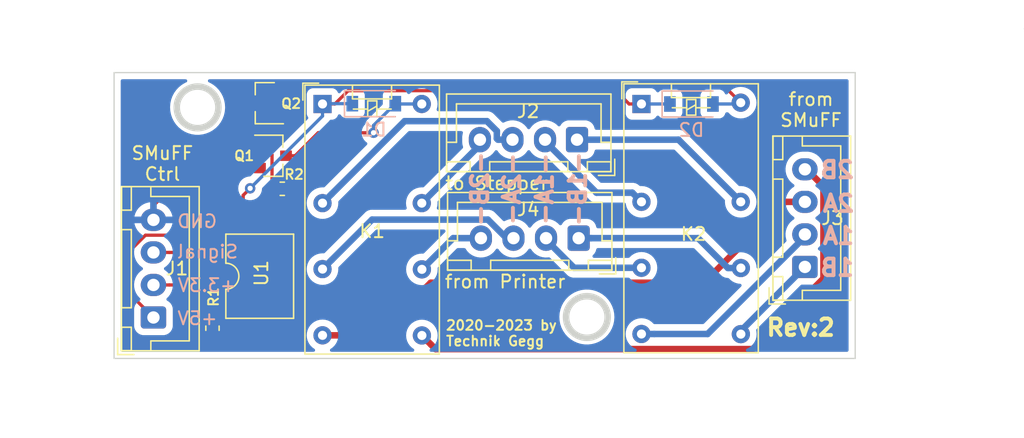
<source format=kicad_pcb>
(kicad_pcb (version 20240108) (generator "pcbnew") (generator_version "8.0")
  (title_block (comment 4 "AISLER Project ID: FMWPPUGV"))
  (layers (0 "F.Cu" signal) (31 "B.Cu" signal) (34 "B.Paste" user) (35 "F.Paste" user) (36 "B.SilkS" user "B.Silkscreen") (37 "F.SilkS" user "F.Silkscreen") (38 "B.Mask" user) (39 "F.Mask" user) (44 "Edge.Cuts" user))
  (net 0 "")
  (net 1 "Net-(D1-Pad2)")
  (net 2 "Net-(D2-Pad2)")
  (net 3 "Net-(J1-Pad3)")
  (net 4 "Net-(J1-Pad2)")
  (net 5 "Net-(J4-Pad4)")
  (net 6 "Net-(J4-Pad3)")
  (net 7 "Net-(J4-Pad2)")
  (net 8 "Net-(J4-Pad1)")
  (net 9 "Net-(J3-Pad4)")
  (net 10 "Net-(J3-Pad3)")
  (net 11 "Net-(J3-Pad2)")
  (net 12 "Net-(J3-Pad1)")
  (net 13 "Net-(R1-Pad2)")
  (net 14 "Net-(R2-Pad2)")
  (net 15 "Net-(D1-Pad1)")
  (net 16 "Net-(J1-Pad4)")
  (net 17 "Net-(Q1-Pad1)")
  (net 18 "Net-(J2-Pad4)")
  (net 19 "Net-(J2-Pad3)")
  (net 20 "Net-(J2-Pad2)")
  (net 21 "Net-(J2-Pad1)")
  (footprint "Connector_JST:JST_XH_B4B-XH-A_1x04_P2.50mm_Vertical" (layer "F.Cu") (at 91.9226 66.7004 90)
    (property "Reference" "J1" (at 3.7592 1.8034 0) (layer "F.SilkS"))
    (property "Value" "JST XH")
    (fp_line (start -1.6 -2.75) (end -2.85 -2.75) (stroke (width 0.12)) (layer "F.SilkS"))
    (fp_line (start -2.85 -2.75) (end -2.85 -1.5) (stroke (width 0.12)) (layer "F.SilkS"))
    (fp_line (start 10.06 -2.46) (end -2.56 -2.46) (stroke (width 0.12)) (layer "F.SilkS"))
    (fp_line (start -2.56 -2.46) (end -2.56 3.51) (stroke (width 0.12)) (layer "F.SilkS"))
    (fp_line (start 10.05 -2.45) (end 8.25 -2.45) (stroke (width 0.12)) (layer "F.SilkS"))
    (fp_line (start 8.25 -2.45) (end 8.25 -1.7) (stroke (width 0.12)) (layer "F.SilkS"))
    (fp_line (start 6.75 -2.45) (end 0.75 -2.45) (stroke (width 0.12)) (layer "F.SilkS"))
    (fp_line (start 0.75 -2.45) (end 0.75 -1.7) (stroke (width 0.12)) (layer "F.SilkS"))
    (fp_line (start -0.75 -2.45) (end -2.55 -2.45) (stroke (width 0.12)) (layer "F.SilkS"))
    (fp_line (start -2.55 -2.45) (end -2.55 -1.7) (stroke (width 0.12)) (layer "F.SilkS"))
    (fp_line (start 10.05 -1.7) (end 10.05 -2.45) (stroke (width 0.12)) (layer "F.SilkS"))
    (fp_line (start 8.25 -1.7) (end 10.05 -1.7) (stroke (width 0.12)) (layer "F.SilkS"))
    (fp_line (start 6.75 -1.7) (end 6.75 -2.45) (stroke (width 0.12)) (layer "F.SilkS"))
    (fp_line (start 0.75 -1.7) (end 6.75 -1.7) (stroke (width 0.12)) (layer "F.SilkS"))
    (fp_line (start -0.75 -1.7) (end -0.75 -2.45) (stroke (width 0.12)) (layer "F.SilkS"))
    (fp_line (start -2.55 -1.7) (end -0.75 -1.7) (stroke (width 0.12)) (layer "F.SilkS"))
    (fp_line (start 10.05 -0.2) (end 9.3 -0.2) (stroke (width 0.12)) (layer "F.SilkS"))
    (fp_line (start 9.3 -0.2) (end 9.3 2.75) (stroke (width 0.12)) (layer "F.SilkS"))
    (fp_line (start -1.8 -0.2) (end -1.8 2.75) (stroke (width 0.12)) (layer "F.SilkS"))
    (fp_line (start -2.55 -0.2) (end -1.8 -0.2) (stroke (width 0.12)) (layer "F.SilkS"))
    (fp_line (start 9.3 2.75) (end 3.75 2.75) (stroke (width 0.12)) (layer "F.SilkS"))
    (fp_line (start -1.8 2.75) (end 3.75 2.75) (stroke (width 0.12)) (layer "F.SilkS"))
    (fp_line (start 10.06 3.51) (end 10.06 -2.46) (stroke (width 0.12)) (layer "F.SilkS"))
    (fp_line (start -2.56 3.51) (end 10.06 3.51) (stroke (width 0.12)) (layer "F.SilkS"))
    (pad "1" thru_hole roundrect (at 0 0 90) (size 1.7 1.95) (drill 0.95) (layers "*.Cu" "*.Mask") (roundrect_rratio 0.1470588235) (net 15 "Net-(D1-Pad1)"))
    (pad "2" thru_hole oval (at 2.5 0 90) (size 1.7 1.95) (drill 0.95) (layers "*.Cu" "*.Mask") (net 4 "Net-(J1-Pad2)"))
    (pad "3" thru_hole oval (at 5 0 90) (size 1.7 1.95) (drill 0.95) (layers "*.Cu" "*.Mask") (net 3 "Net-(J1-Pad3)"))
    (pad "4" thru_hole oval (at 7.5 0 90) (size 1.7 1.95) (drill 0.95) (layers "*.Cu" "*.Mask") (net 16 "Net-(J1-Pad4)"))
  )
  (footprint "Package_TO_SOT_SMD:SOT-23" (layer "F.Cu") (at 101.1014 54.2696)
    (property "Reference" "Q1" (at -2.21412 0.00512 180) (layer "F.SilkS") (effects (font (size 0.75 0.75))))
    (property "Value" "BC847/547")
    (fp_line (start 0.76 -1.58) (end -1.4 -1.58) (stroke (width 0.12)) (layer "F.SilkS"))
    (fp_line (start 0.76 -1.58) (end 0.76 -0.65) (stroke (width 0.12)) (layer "F.SilkS"))
    (fp_line (start 0.76 1.58) (end -0.7 1.58) (stroke (width 0.12)) (layer "F.SilkS"))
    (fp_line (start 0.76 1.58) (end 0.76 0.65) (stroke (width 0.12)) (layer "F.SilkS"))
    (pad "1" smd rect (at -1 -0.95) (size 0.9 0.8) (layers "F.Cu" "F.Paste" "F.Mask") (net 17 "Net-(Q1-Pad1)"))
    (pad "2" smd rect (at -1 0.95) (size 0.9 0.8) (layers "F.Cu" "F.Paste" "F.Mask") (net 16 "Net-(J1-Pad4)"))
    (pad "3" smd rect (at 1 0) (size 0.9 0.8) (layers "F.Cu" "F.Paste" "F.Mask") (net 1 "Net-(D1-Pad2)"))
  )
  (footprint "Package_TO_SOT_SMD:SOT-23" (layer "F.Cu") (at 100.4984 50.231 180)
    (property "Reference" "Q2" (at -1.99568 -0.03052 180) (layer "F.SilkS") (effects (font (size 0.75 0.75))))
    (property "Value" "BC847/547")
    (fp_line (start 0.76 1.58) (end 0.76 0.65) (stroke (width 0.12)) (layer "F.SilkS"))
    (fp_line (start 0.76 1.58) (end -0.7 1.58) (stroke (width 0.12)) (layer "F.SilkS"))
    (fp_line (start 0.76 -1.58) (end 0.76 -0.65) (stroke (width 0.12)) (layer "F.SilkS"))
    (fp_line (start 0.76 -1.58) (end -1.4 -1.58) (stroke (width 0.12)) (layer "F.SilkS"))
    (pad "1" smd rect (at -1 -0.95 180) (size 0.9 0.8) (layers "F.Cu" "F.Paste" "F.Mask") (net 17 "Net-(Q1-Pad1)"))
    (pad "2" smd rect (at -1 0.95 180) (size 0.9 0.8) (layers "F.Cu" "F.Paste" "F.Mask") (net 16 "Net-(J1-Pad4)"))
    (pad "3" smd rect (at 1 0 180) (size 0.9 0.8) (layers "F.Cu" "F.Paste" "F.Mask") (net 2 "Net-(D2-Pad2)"))
  )
  (footprint "Resistor_SMD:R_0603_1608Metric" (layer "F.Cu") (at 96.45396 67.52326 -90)
    (property "Reference" "R1" (at -2.39268 -0.08128 90) (layer "F.SilkS") (effects (font (size 0.75 0.75))))
    (property "Value" "390R")
    (fp_line (start -0.162779 0.51) (end 0.162779 0.51) (stroke (width 0.12)) (layer "F.SilkS"))
    (fp_line (start -0.162779 -0.51) (end 0.162779 -0.51) (stroke (width 0.12)) (layer "F.SilkS"))
    (pad "1" smd roundrect (at -0.7875 0 270) (size 0.875 0.95) (layers "F.Cu" "F.Paste" "F.Mask") (net 4 "Net-(J1-Pad2)"))
    (pad "2" smd roundrect (at 0.7875 0 270) (size 0.875 0.95) (layers "F.Cu" "F.Paste" "F.Mask") (net 13 "Net-(R1-Pad2)"))
  )
  (footprint "Resistor_SMD:R_0603_1608Metric" (layer "F.Cu") (at 101.81346 56.80964)
    (property "Reference" "R2" (at 0.90414 -1.10236 0) (layer "F.SilkS") (effects (font (size 0.75 0.75))))
    (property "Value" "1K")
    (fp_line (start -0.162779 -0.51) (end 0.162779 -0.51) (stroke (width 0.12)) (layer "F.SilkS"))
    (fp_line (start -0.162779 0.51) (end 0.162779 0.51) (stroke (width 0.12)) (layer "F.SilkS"))
    (pad "1" smd roundrect (at -0.7875 0) (size 0.875 0.95) (layers "F.Cu" "F.Paste" "F.Mask") (net 17 "Net-(Q1-Pad1)"))
    (pad "2" smd roundrect (at 0.7875 0) (size 0.875 0.95) (layers "F.Cu" "F.Paste" "F.Mask") (net 14 "Net-(R2-Pad2)"))
  )
  (footprint "Package_DIP:SMDIP-4_W9.53mm_Clearance8mm" (layer "F.Cu") (at 100.08108 63.53048 90)
    (property "Reference" "U1" (at 0.23368 0.127 90) (layer "F.SilkS"))
    (property "Value" "TLP521")
    (fp_line (start 3.235 -2.6) (end 1 -2.6) (stroke (width 0.12)) (layer "F.SilkS"))
    (fp_line (start -1 -2.6) (end -3.235 -2.6) (stroke (width 0.12)) (layer "F.SilkS"))
    (fp_line (start -3.235 -2.6) (end -3.235 2.6) (stroke (width 0.12)) (layer "F.SilkS"))
    (fp_line (start 3.235 2.6) (end 3.235 -2.6) (stroke (width 0.12)) (layer "F.SilkS"))
    (fp_line (start -3.235 2.6) (end 3.235 2.6) (stroke (width 0.12)) (layer "F.SilkS"))
    (fp_arc (start 1 -2.6) (mid 0 -1.6) (end -1 -2.6) (stroke (width 0.12)) (layer "F.SilkS"))
    (pad "1" smd rect (at -4.765 -1.27 90) (size 1.5 1.78) (layers "F.Cu" "F.Paste" "F.Mask") (net 13 "Net-(R1-Pad2)"))
    (pad "2" smd rect (at -4.765 1.27 90) (size 1.5 1.78) (layers "F.Cu" "F.Paste" "F.Mask") (net 3 "Net-(J1-Pad3)"))
    (pad "3" smd rect (at 4.765 1.27 90) (size 1.5 1.78) (layers "F.Cu" "F.Paste" "F.Mask") (net 14 "Net-(R2-Pad2)"))
    (pad "4" smd rect (at 4.765 -1.27 90) (size 1.5 1.78) (layers "F.Cu" "F.Paste" "F.Mask") (net 15 "Net-(D1-Pad1)"))
  )
  (footprint "Relay_THT:Relay_DPDT_Omron_G5V-2" (layer "F.Cu") (at 104.902 50.292)
    (property "Reference" "K1" (at 3.81 9.779 0) (layer "F.SilkS"))
    (property "Value" "G6A-274P")
    (fp_line (start -1.51 -1.6) (end -0.3 -1.6) (stroke (width 0.12)) (layer "F.SilkS"))
    (fp_line (start -1.51 -0.3) (end -1.51 -1.6) (stroke (width 0.12)) (layer "F.SilkS"))
    (fp_line (start -1.35 -1.45) (end -1.35 19.22) (stroke (width 0.12)) (layer "F.SilkS"))
    (fp_line (start -1.35 19.22) (end 8.97 19.22) (stroke (width 0.12)) (layer "F.SilkS"))
    (fp_line (start 2.3 -1.45) (end 2.3 -0.41) (stroke (width 0.12)) (layer "F.SilkS"))
    (fp_line (start 2.3 -0.39) (end 5.3 -0.39) (stroke (width 0.12)) (layer "F.SilkS"))
    (fp_line (start 3.47 -0.24) (end 3.47 0.96) (stroke (width 0.12)) (layer "F.SilkS"))
    (fp_line (start 3.47 0.39) (end 2.37 0.39) (stroke (width 0.12)) (layer "F.SilkS"))
    (fp_line (start 3.47 0.56) (end 4.17 0.16) (stroke (width 0.12)) (layer "F.SilkS"))
    (fp_line (start 3.47 0.96) (end 4.17 0.96) (stroke (width 0.12)) (layer "F.SilkS"))
    (fp_line (start 4.17 -0.24) (end 3.47 -0.24) (stroke (width 0.12)) (layer "F.SilkS"))
    (fp_line (start 4.17 0.39) (end 5.27 0.39) (stroke (width 0.12)) (layer "F.SilkS"))
    (fp_line (start 4.17 0.96) (end 4.17 -0.24) (stroke (width 0.12)) (layer "F.SilkS"))
    (fp_line (start 5.3 -0.39) (end 5.3 -1.45) (stroke (width 0.12)) (layer "F.SilkS"))
    (fp_line (start 8.97 -1.45) (end -1.35 -1.45) (stroke (width 0.12)) (layer "F.SilkS"))
    (fp_line (start 8.97 19.22) (end 8.97 -1.45) (stroke (width 0.12)) (layer "F.SilkS"))
    (pad "1" thru_hole rect (at 0 -0.002) (size 1.4 1.4) (drill 0.7) (layers "*.Cu" "*.Mask") (net 15 "Net-(D1-Pad1)"))
    (pad "4" thru_hole circle (at 0 7.62) (size 1.4 1.4) (drill 0.7) (layers "*.Cu" "*.Mask") (net 19 "Net-(J2-Pad3)"))
    (pad "6" thru_hole circle (at 0 12.69) (size 1.4 1.4) (drill 0.7) (layers "*.Cu" "*.Mask") (net 6 "Net-(J4-Pad3)"))
    (pad "8" thru_hole circle (at 0 17.78) (size 1.4 1.4) (drill 0.7) (layers "*.Cu" "*.Mask") (net 10 "Net-(J3-Pad3)"))
    (pad "9" thru_hole circle (at 7.63 17.79) (size 1.4 1.4) (drill 0.7) (layers "*.Cu" "*.Mask") (net 9 "Net-(J3-Pad4)"))
    (pad "11" thru_hole circle (at 7.63 12.71) (size 1.4 1.4) (drill 0.7) (layers "*.Cu" "*.Mask") (net 5 "Net-(J4-Pad4)"))
    (pad "13" thru_hole circle (at 7.62 7.62) (size 1.4 1.4) (drill 0.7) (layers "*.Cu" "*.Mask") (net 18 "Net-(J2-Pad4)"))
    (pad "16" thru_hole circle (at 7.62 0) (size 1.4 1.4) (drill 0.7) (layers "*.Cu" "*.Mask") (net 1 "Net-(D1-Pad2)"))
  )
  (footprint "Connector_JST:JST_XH_B4B-XH-A_1x04_P2.50mm_Vertical" (layer "F.Cu") (at 141.9352 62.8142 90)
    (property "Reference" "J3" (at 3.7465 2.1209 180) (layer "F.SilkS"))
    (property "Value" "JST XH")
    (fp_line (start -1.6 -2.75) (end -2.85 -2.75) (stroke (width 0.12)) (layer "F.SilkS"))
    (fp_line (start -2.85 -2.75) (end -2.85 -1.5) (stroke (width 0.12)) (layer "F.SilkS"))
    (fp_line (start 10.06 -2.46) (end -2.56 -2.46) (stroke (width 0.12)) (layer "F.SilkS"))
    (fp_line (start -2.56 -2.46) (end -2.56 3.51) (stroke (width 0.12)) (layer "F.SilkS"))
    (fp_line (start 10.05 -2.45) (end 8.25 -2.45) (stroke (width 0.12)) (layer "F.SilkS"))
    (fp_line (start 8.25 -2.45) (end 8.25 -1.7) (stroke (width 0.12)) (layer "F.SilkS"))
    (fp_line (start 6.75 -2.45) (end 0.75 -2.45) (stroke (width 0.12)) (layer "F.SilkS"))
    (fp_line (start 0.75 -2.45) (end 0.75 -1.7) (stroke (width 0.12)) (layer "F.SilkS"))
    (fp_line (start -0.75 -2.45) (end -2.55 -2.45) (stroke (width 0.12)) (layer "F.SilkS"))
    (fp_line (start -2.55 -2.45) (end -2.55 -1.7) (stroke (width 0.12)) (layer "F.SilkS"))
    (fp_line (start 10.05 -1.7) (end 10.05 -2.45) (stroke (width 0.12)) (layer "F.SilkS"))
    (fp_line (start 8.25 -1.7) (end 10.05 -1.7) (stroke (width 0.12)) (layer "F.SilkS"))
    (fp_line (start 6.75 -1.7) (end 6.75 -2.45) (stroke (width 0.12)) (layer "F.SilkS"))
    (fp_line (start 0.75 -1.7) (end 6.75 -1.7) (stroke (width 0.12)) (layer "F.SilkS"))
    (fp_line (start -0.75 -1.7) (end -0.75 -2.45) (stroke (width 0.12)) (layer "F.SilkS"))
    (fp_line (start -2.55 -1.7) (end -0.75 -1.7) (stroke (width 0.12)) (layer "F.SilkS"))
    (fp_line (start 10.05 -0.2) (end 9.3 -0.2) (stroke (width 0.12)) (layer "F.SilkS"))
    (fp_line (start 9.3 -0.2) (end 9.3 2.75) (stroke (width 0.12)) (layer "F.SilkS"))
    (fp_line (start -1.8 -0.2) (end -1.8 2.75) (stroke (width 0.12)) (layer "F.SilkS"))
    (fp_line (start -2.55 -0.2) (end -1.8 -0.2) (stroke (width 0.12)) (layer "F.SilkS"))
    (fp_line (start 9.3 2.75) (end 3.75 2.75) (stroke (width 0.12)) (layer "F.SilkS"))
    (fp_line (start -1.8 2.75) (end 3.75 2.75) (stroke (width 0.12)) (layer "F.SilkS"))
    (fp_line (start 10.06 3.51) (end 10.06 -2.46) (stroke (width 0.12)) (layer "F.SilkS"))
    (fp_line (start -2.56 3.51) (end 10.06 3.51) (stroke (width 0.12)) (layer "F.SilkS"))
    (pad "1" thru_hole roundrect (at 0 0 90) (size 1.7 1.95) (drill 0.95) (layers "*.Cu" "*.Mask") (roundrect_rratio 0.1470588235) (net 12 "Net-(J3-Pad1)"))
    (pad "2" thru_hole oval (at 2.5 0 90) (size 1.7 1.95) (drill 0.95) (layers "*.Cu" "*.Mask") (net 11 "Net-(J3-Pad2)"))
    (pad "3" thru_hole oval (at 5 0 90) (size 1.7 1.95) (drill 0.95) (layers "*.Cu" "*.Mask") (net 10 "Net-(J3-Pad3)"))
    (pad "4" thru_hole oval (at 7.5 0 90) (size 1.7 1.95) (drill 0.95) (layers "*.Cu" "*.Mask") (net 9 "Net-(J3-Pad4)"))
  )
  (footprint "Relay_THT:Relay_DPDT_Omron_G5V-2" (layer "F.Cu") (at 129.3876 50.1904)
    (property "Reference" "K2" (at 4.0005 10.0965 0) (layer "F.SilkS"))
    (property "Value" "G6A-274P")
    (fp_line (start -1.51 -1.6) (end -0.3 -1.6) (stroke (width 0.12)) (layer "F.SilkS"))
    (fp_line (start -1.51 -0.3) (end -1.51 -1.6) (stroke (width 0.12)) (layer "F.SilkS"))
    (fp_line (start -1.35 -1.45) (end -1.35 19.22) (stroke (width 0.12)) (layer "F.SilkS"))
    (fp_line (start -1.35 19.22) (end 8.97 19.22) (stroke (width 0.12)) (layer "F.SilkS"))
    (fp_line (start 2.3 -1.45) (end 2.3 -0.41) (stroke (width 0.12)) (layer "F.SilkS"))
    (fp_line (start 2.3 -0.39) (end 5.3 -0.39) (stroke (width 0.12)) (layer "F.SilkS"))
    (fp_line (start 3.47 -0.24) (end 3.47 0.96) (stroke (width 0.12)) (layer "F.SilkS"))
    (fp_line (start 3.47 0.39) (end 2.37 0.39) (stroke (width 0.12)) (layer "F.SilkS"))
    (fp_line (start 3.47 0.56) (end 4.17 0.16) (stroke (width 0.12)) (layer "F.SilkS"))
    (fp_line (start 3.47 0.96) (end 4.17 0.96) (stroke (width 0.12)) (layer "F.SilkS"))
    (fp_line (start 4.17 -0.24) (end 3.47 -0.24) (stroke (width 0.12)) (layer "F.SilkS"))
    (fp_line (start 4.17 0.39) (end 5.27 0.39) (stroke (width 0.12)) (layer "F.SilkS"))
    (fp_line (start 4.17 0.96) (end 4.17 -0.24) (stroke (width 0.12)) (layer "F.SilkS"))
    (fp_line (start 5.3 -0.39) (end 5.3 -1.45) (stroke (width 0.12)) (layer "F.SilkS"))
    (fp_line (start 8.97 -1.45) (end -1.35 -1.45) (stroke (width 0.12)) (layer "F.SilkS"))
    (fp_line (start 8.97 19.22) (end 8.97 -1.45) (stroke (width 0.12)) (layer "F.SilkS"))
    (pad "1" thru_hole rect (at 0 0.0996) (size 1.4 1.4) (drill 0.7) (layers "*.Cu" "*.Mask") (net 15 "Net-(D1-Pad1)"))
    (pad "4" thru_hole circle (at 0 7.62) (size 1.4 1.4) (drill 0.7) (layers "*.Cu" "*.Mask") (net 20 "Net-(J2-Pad2)"))
    (pad "6" thru_hole circle (at 0 12.69) (size 1.4 1.4) (drill 0.7) (layers "*.Cu" "*.Mask") (net 7 "Net-(J4-Pad2)"))
    (pad "8" thru_hole circle (at 0 17.78) (size 1.4 1.4) (drill 0.7) (layers "*.Cu" "*.Mask") (net 11 "Net-(J3-Pad2)"))
    (pad "9" thru_hole circle (at 7.63 17.79) (size 1.4 1.4) (drill 0.7) (layers "*.Cu" "*.Mask") (net 12 "Net-(J3-Pad1)"))
    (pad "11" thru_hole circle (at 7.63 12.71) (size 1.4 1.4) (drill 0.7) (layers "*.Cu" "*.Mask") (net 8 "Net-(J4-Pad1)"))
    (pad "13" thru_hole circle (at 7.62 7.62) (size 1.4 1.4) (drill 0.7) (layers "*.Cu" "*.Mask") (net 21 "Net-(J2-Pad1)"))
    (pad "16" thru_hole circle (at 7.62 0) (size 1.4 1.4) (drill 0.7) (layers "*.Cu" "*.Mask") (net 2 "Net-(D2-Pad2)"))
  )
  (footprint "Connector_JST:JST_XH_B4B-XH-A_1x04_P2.50mm_Vertical" (layer "F.Cu") (at 124.4854 53.0352 180)
    (property "Reference" "J2" (at 3.7973 2.1844 0) (layer "F.SilkS"))
    (property "Value" "JST XH")
    (fp_line (start 10.06 3.51) (end 10.06 -2.46) (stroke (width 0.12)) (layer "F.SilkS"))
    (fp_line (start 10.06 -2.46) (end -2.56 -2.46) (stroke (width 0.12)) (layer "F.SilkS"))
    (fp_line (start 10.05 -0.2) (end 9.3 -0.2) (stroke (width 0.12)) (layer "F.SilkS"))
    (fp_line (start 10.05 -1.7) (end 10.05 -2.45) (stroke (width 0.12)) (layer "F.SilkS"))
    (fp_line (start 10.05 -2.45) (end 8.25 -2.45) (stroke (width 0.12)) (layer "F.SilkS"))
    (fp_line (start 9.3 2.75) (end 3.75 2.75) (stroke (width 0.12)) (layer "F.SilkS"))
    (fp_line (start 9.3 -0.2) (end 9.3 2.75) (stroke (width 0.12)) (layer "F.SilkS"))
    (fp_line (start 8.25 -1.7) (end 10.05 -1.7) (stroke (width 0.12)) (layer "F.SilkS"))
    (fp_line (start 8.25 -2.45) (end 8.25 -1.7) (stroke (width 0.12)) (layer "F.SilkS"))
    (fp_line (start 6.75 -1.7) (end 6.75 -2.45) (stroke (width 0.12)) (layer "F.SilkS"))
    (fp_line (start 6.75 -2.45) (end 0.75 -2.45) (stroke (width 0.12)) (layer "F.SilkS"))
    (fp_line (start 0.75 -1.7) (end 6.75 -1.7) (stroke (width 0.12)) (layer "F.SilkS"))
    (fp_line (start 0.75 -2.45) (end 0.75 -1.7) (stroke (width 0.12)) (layer "F.SilkS"))
    (fp_line (start -0.75 -1.7) (end -0.75 -2.45) (stroke (width 0.12)) (layer "F.SilkS"))
    (fp_line (start -0.75 -2.45) (end -2.55 -2.45) (stroke (width 0.12)) (layer "F.SilkS"))
    (fp_line (start -1.6 -2.75) (end -2.85 -2.75) (stroke (width 0.12)) (layer "F.SilkS"))
    (fp_line (start -1.8 2.75) (end 3.75 2.75) (stroke (width 0.12)) (layer "F.SilkS"))
    (fp_line (start -1.8 -0.2) (end -1.8 2.75) (stroke (width 0.12)) (layer "F.SilkS"))
    (fp_line (start -2.55 -0.2) (end -1.8 -0.2) (stroke (width 0.12)) (layer "F.SilkS"))
    (fp_line (start -2.55 -1.7) (end -0.75 -1.7) (stroke (width 0.12)) (layer "F.SilkS"))
    (fp_line (start -2.55 -2.45) (end -2.55 -1.7) (stroke (width 0.12)) (layer "F.SilkS"))
    (fp_line (start -2.56 3.51) (end 10.06 3.51) (stroke (width 0.12)) (layer "F.SilkS"))
    (fp_line (start -2.56 -2.46) (end -2.56 3.51) (stroke (width 0.12)) (layer "F.SilkS"))
    (fp_line (start -2.85 -2.75) (end -2.85 -1.5) (stroke (width 0.12)) (layer "F.SilkS"))
    (pad "1" thru_hole roundrect (at 0.046 0 180) (size 1.7 1.95) (drill 0.95) (layers "*.Cu" "*.Mask") (roundrect_rratio 0.147) (net 21 "Net-(J2-Pad1)"))
    (pad "2" thru_hole oval (at 2.5 0 180) (size 1.7 1.95) (drill 0.95) (layers "*.Cu" "*.Mask") (net 20 "Net-(J2-Pad2)"))
    (pad "3" thru_hole oval (at 5 0 180) (size 1.7 1.95) (drill 0.95) (layers "*.Cu" "*.Mask") (net 19 "Net-(J2-Pad3)"))
    (pad "4" thru_hole oval (at 7.5 0 180) (size 1.7 1.95) (drill 0.95) (layers "*.Cu" "*.Mask") (net 18 "Net-(J2-Pad4)"))
  )
  (footprint "Connector_JST:JST_XH_B4B-XH-A_1x04_P2.50mm_Vertical" (layer "F.Cu") (at 124.5616 60.6044 180)
    (property "Reference" "J4" (at 3.8735 2.2098 0) (layer "F.SilkS"))
    (property "Value" "JST XH")
    (fp_line (start 10.06 3.51) (end 10.06 -2.46) (stroke (width 0.12)) (layer "F.SilkS"))
    (fp_line (start 10.06 -2.46) (end -2.56 -2.46) (stroke (width 0.12)) (layer "F.SilkS"))
    (fp_line (start 10.05 -0.2) (end 9.3 -0.2) (stroke (width 0.12)) (layer "F.SilkS"))
    (fp_line (start 10.05 -1.7) (end 10.05 -2.45) (stroke (width 0.12)) (layer "F.SilkS"))
    (fp_line (start 10.05 -2.45) (end 8.25 -2.45) (stroke (width 0.12)) (layer "F.SilkS"))
    (fp_line (start 9.3 2.75) (end 3.75 2.75) (stroke (width 0.12)) (layer "F.SilkS"))
    (fp_line (start 9.3 -0.2) (end 9.3 2.75) (stroke (width 0.12)) (layer "F.SilkS"))
    (fp_line (start 8.25 -1.7) (end 10.05 -1.7) (stroke (width 0.12)) (layer "F.SilkS"))
    (fp_line (start 8.25 -2.45) (end 8.25 -1.7) (stroke (width 0.12)) (layer "F.SilkS"))
    (fp_line (start 6.75 -1.7) (end 6.75 -2.45) (stroke (width 0.12)) (layer "F.SilkS"))
    (fp_line (start 6.75 -2.45) (end 0.75 -2.45) (stroke (width 0.12)) (layer "F.SilkS"))
    (fp_line (start 0.75 -1.7) (end 6.75 -1.7) (stroke (width 0.12)) (layer "F.SilkS"))
    (fp_line (start 0.75 -2.45) (end 0.75 -1.7) (stroke (width 0.12)) (layer "F.SilkS"))
    (fp_line (start -0.75 -1.7) (end -0.75 -2.45) (stroke (width 0.12)) (layer "F.SilkS"))
    (fp_line (start -0.75 -2.45) (end -2.55 -2.45) (stroke (width 0.12)) (layer "F.SilkS"))
    (fp_line (start -1.6 -2.75) (end -2.85 -2.75) (stroke (width 0.12)) (layer "F.SilkS"))
    (fp_line (start -1.8 2.75) (end 3.75 2.75) (stroke (width 0.12)) (layer "F.SilkS"))
    (fp_line (start -1.8 -0.2) (end -1.8 2.75) (stroke (width 0.12)) (layer "F.SilkS"))
    (fp_line (start -2.55 -0.2) (end -1.8 -0.2) (stroke (width 0.12)) (layer "F.SilkS"))
    (fp_line (start -2.55 -1.7) (end -0.75 -1.7) (stroke (width 0.12)) (layer "F.SilkS"))
    (fp_line (start -2.55 -2.45) (end -2.55 -1.7) (stroke (width 0.12)) (layer "F.SilkS"))
    (fp_line (start -2.56 3.51) (end 10.06 3.51) (stroke (width 0.12)) (layer "F.SilkS"))
    (fp_line (start -2.56 -2.46) (end -2.56 3.51) (stroke (width 0.12)) (layer "F.SilkS"))
    (fp_line (start -2.85 -2.75) (end -2.85 -1.5) (stroke (width 0.12)) (layer "F.SilkS"))
    (pad "1" thru_hole roundrect (at -0.0048 0 180) (size 1.7 1.95) (drill 0.95) (layers "*.Cu" "*.Mask") (roundrect_rratio 0.147) (net 8 "Net-(J4-Pad1)"))
    (pad "2" thru_hole oval (at 2.5 0 180) (size 1.7 1.95) (drill 0.95) (layers "*.Cu" "*.Mask") (net 7 "Net-(J4-Pad2)"))
    (pad "3" thru_hole oval (at 5 0 180) (size 1.7 1.95) (drill 0.95) (layers "*.Cu" "*.Mask") (net 6 "Net-(J4-Pad3)"))
    (pad "4" thru_hole oval (at 7.5 0 180) (size 1.7 1.95) (drill 0.95) (layers "*.Cu" "*.Mask") (net 5 "Net-(J4-Pad4)"))
  )
  (footprint "Diode_SMD:D_SOD-123" (layer "B.Cu") (at 133.2229 50.292)
    (property "Reference" "D2" (at 0 2 180) (layer "B.SilkS") (effects (justify mirror)))
    (property "Value" "1N4148")
    (fp_line (start -2.25 -1) (end 1.65 -1) (stroke (width 0.12)) (layer "B.SilkS"))
    (fp_line (start -2.25 1) (end -2.25 -1) (stroke (width 0.12)) (layer "B.SilkS"))
    (fp_line (start -2.25 1) (end 1.65 1) (stroke (width 0.12)) (layer "B.SilkS"))
    (pad "1" smd rect (at -1.65 0) (size 0.9 1.2) (layers "B.Cu" "B.Paste" "B.Mask") (net 15 "Net-(D1-Pad1)"))
    (pad "2" smd rect (at 1.65 0) (size 0.9 1.2) (layers "B.Cu" "B.Paste" "B.Mask") (net 2 "Net-(D2-Pad2)"))
  )
  (footprint "Diode_SMD:D_SOD-123" (layer "B.Cu") (at 108.8389 50.2666)
    (property "Reference" "D1" (at 0 2 180) (layer "B.SilkS") (effects (justify mirror)))
    (property "Value" "1N4148")
    (fp_line (start -2.25 -1) (end 1.65 -1) (stroke (width 0.12)) (layer "B.SilkS"))
    (fp_line (start -2.25 1) (end -2.25 -1) (stroke (width 0.12)) (layer "B.SilkS"))
    (fp_line (start -2.25 1) (end 1.65 1) (stroke (width 0.12)) (layer "B.SilkS"))
    (pad "1" smd rect (at -1.65 0) (size 0.9 1.2) (layers "B.Cu" "B.Paste" "B.Mask") (net 15 "Net-(D1-Pad1)"))
    (pad "2" smd rect (at 1.65 0) (size 0.9 1.2) (layers "B.Cu" "B.Paste" "B.Mask") (net 1 "Net-(D1-Pad2)"))
  )
  (gr_line (start 158.75 44.5135) (end 158.75 44.5135) (stroke (width 0.05)) (layer "Edge.Cuts"))
  (gr_circle (center 95.31096 50.55128) (end 96.91096 50.55128) (stroke (width 0.5)) (fill none) (layer "Edge.Cuts"))
  (gr_line (start 145.796 47.879) (end 88.9 47.879) (stroke (width 0.1)) (layer "Edge.Cuts"))
  (gr_line (start 88.9 69.85) (end 145.796 69.85) (stroke (width 0.1)) (layer "Edge.Cuts"))
  (gr_line (start 145.796 69.85) (end 145.796 47.879) (stroke (width 0.1)) (layer "Edge.Cuts"))
  (gr_circle (center 125.1966 66.66484) (end 126.7966 66.66484) (stroke (width 0.5)) (fill none) (layer "Edge.Cuts"))
  (gr_line (start 88.9 47.879) (end 88.9 69.85) (stroke (width 0.1)) (layer "Edge.Cuts"))
  (gr_text "1A" (at 144.511223 60.4266 0) (layer "B.SilkS") (effects (font (size 1.27 1.27) (thickness 0.3)) (justify mirror)))
  (gr_text "1B" (at 144.40408 62.87008 0) (layer "B.SilkS") (effects (font (size 1.27 1.27) (thickness 0.3)) (justify mirror)))
  (gr_text "2B" (at 144.40408 55.35676 0) (layer "B.SilkS") (effects (font (size 1.27 1.27) (thickness 0.3)) (justify mirror)))
  (gr_text "2A" (at 144.511223 57.94248 0) (layer "B.SilkS") (effects (font (size 1.27 1.27) (thickness 0.3)) (justify mirror)))
  (gr_text "GND" (at 95.2754 59.309 0) (layer "B.SilkS") (effects (font (size 1 1)) (justify mirror)))
  (gr_text "-2B-" (at 116.98224 56.8198 90) (layer "B.SilkS") (effects (font (size 1.27 1.27) (thickness 0.3)) (justify mirror)))
  (gr_text "-2A-" (at 119.4308 56.819801 90) (layer "B.SilkS") (effects (font (size 1.27 1.27) (thickness 0.3)) (justify mirror)))
  (gr_text "+3.3V" (at 96.0374 64.2239 0) (layer "B.SilkS") (effects (font (size 1 1)) (justify mirror)))
  (gr_text "Signal" (at 96.0755 61.6458 0) (layer "B.SilkS") (effects (font (size 1 1)) (justify mirror)))
  (gr_text "+5V" (at 95.3008 66.7639 0) (layer "B.SilkS") (effects (font (size 1 1)) (justify mirror)))
  (gr_text "-1B-" (at 124.49556 56.8198 90) (layer "B.SilkS") (effects (font (size 1.27 1.27) (thickness 0.3)) (justify mirror)))
  (gr_text "-1A-" (at 121.95048 56.819801 90) (layer "B.SilkS") (effects (font (size 1.27 1.27) (thickness 0.3)) (justify mirror)))
  (gr_text "to Stepper" (at 118.2878 56.388 0) (layer "F.SilkS") (effects (font (size 1 1))))
  (gr_text "SMuFF\nCtrl" (at 92.6084 54.8767 0) (layer "F.SilkS") (effects (font (size 1 1))))
  (gr_text "from\nSMuFF" (at 142.40256 50.72888 0) (layer "F.SilkS") (effects (font (size 1 1))))
  (gr_text "2020-2023 by\nTechnik Gegg" (at 114.30508 67.90944 0) (layer "F.SilkS") (effects (font (size 0.75 0.75)) (justify left)))
  (gr_text "from Printer" (at 118.9228 63.9445 0) (layer "F.SilkS") (effects (font (size 1 1))))
  (gr_text "Rev:2\n" (at 141.61008 67.47256 0) (layer "F.SilkS") (effects (font (size 1.27 1.27) (thickness 0.3))))
  (segment (start 102.8014 54.2696) (end 104.5692 52.5018) (width 0.25) (layer "F.Cu") (net 1))
  (segment (start 104.5692 52.5018) (end 105.128798 52.5018) (width 0.25) (layer "F.Cu") (net 1))
  (segment (start 105.128798 52.5018) (end 108.81868 52.5018) (width 0.25) (layer "F.Cu") (net 1))
  (segment (start 102.1014 54.2696) (end 102.8014 54.2696) (width 0.25) (layer "F.Cu") (net 1))
  (via (at 108.81868 52.5018) (size 0.8) (drill 0.4) (layers "F.Cu" "B.Cu") (net 1))
  (segment (start 112.522 50.292) (end 110.5143 50.292) (width 0.25) (layer "B.Cu") (net 1))
  (segment (start 108.81868 51.93682) (end 108.81868 52.5018) (width 0.25) (layer "B.Cu") (net 1))
  (segment (start 110.4889 50.2666) (end 108.81868 51.93682) (width 0.25) (layer "B.Cu") (net 1))
  (segment (start 110.5143 50.292) (end 110.4889 50.2666) (width 0.25) (layer "B.Cu") (net 1))
  (segment (start 136.307601 49.490401) (end 137.0076 50.1904) (width 0.25) (layer "F.Cu") (net 2))
  (segment (start 135.373199 48.555999) (end 136.307601 49.490401) (width 0.25) (layer "F.Cu") (net 2))
  (segment (start 100.788399 48.555999) (end 135.373199 48.555999) (width 0.25) (layer "F.Cu") (net 2))
  (segment (start 99.93888 50.231) (end 100.13399 50.03589) (width 0.25) (layer "F.Cu") (net 2))
  (segment (start 100.13399 49.210408) (end 100.788399 48.555999) (width 0.25) (layer "F.Cu") (net 2))
  (segment (start 100.13399 50.03589) (end 100.13399 49.210408) (width 0.25) (layer "F.Cu") (net 2))
  (segment (start 99.4984 50.231) (end 99.93888 50.231) (width 0.25) (layer "F.Cu") (net 2))
  (segment (start 134.8729 50.292) (end 136.906 50.292) (width 0.25) (layer "B.Cu") (net 2))
  (segment (start 136.906 50.292) (end 137.0076 50.1904) (width 0.25) (layer "B.Cu") (net 2))
  (segment (start 101.35108 68.29548) (end 101.35108 67.29548) (width 0.25) (layer "F.Cu") (net 3))
  (segment (start 101.35108 67.29548) (end 95.756 61.7004) (width 0.25) (layer "F.Cu") (net 3))
  (segment (start 93.1476 61.7004) (end 91.9226 61.7004) (width 0.25) (layer "F.Cu") (net 3))
  (segment (start 95.756 61.7004) (end 93.1476 61.7004) (width 0.25) (layer "F.Cu") (net 3))
  (segment (start 91.9226 61.7004) (end 92.0476 61.7004) (width 0.25) (layer "F.Cu") (net 3))
  (segment (start 93.1476 64.2004) (end 91.9226 64.2004) (width 0.25) (layer "F.Cu") (net 4))
  (segment (start 96.37268 66.19836) (end 94.37472 64.2004) (width 0.25) (layer "F.Cu") (net 4))
  (segment (start 91.9626 64.1604) (end 91.9226 64.2004) (width 0.25) (layer "F.Cu") (net 4))
  (segment (start 94.37472 64.2004) (end 93.1476 64.2004) (width 0.25) (layer "F.Cu") (net 4))
  (segment (start 96.37268 66.73586) (end 96.37268 66.19836) (width 0.25) (layer "F.Cu") (net 4))
  (segment (start 112.532 63.002) (end 114.9296 60.6044) (width 0.5) (layer "B.Cu") (net 5))
  (segment (start 114.9296 60.6044) (end 117.0616 60.6044) (width 0.5) (layer "B.Cu") (net 5))
  (segment (start 105.601999 62.282001) (end 104.902 62.982) (width 0.5) (layer "B.Cu") (net 6))
  (segment (start 117.600081 59.17939) (end 108.70461 59.17939) (width 0.5) (layer "B.Cu") (net 6))
  (segment (start 108.70461 59.17939) (end 105.601999 62.282001) (width 0.5) (layer "B.Cu") (net 6))
  (segment (start 119.025091 60.6044) (end 117.600081 59.17939) (width 0.5) (layer "B.Cu") (net 6))
  (segment (start 119.5616 60.6044) (end 119.025091 60.6044) (width 0.5) (layer "B.Cu") (net 6))
  (segment (start 124.2126 62.8804) (end 122.0616 60.7294) (width 0.5) (layer "B.Cu") (net 7))
  (segment (start 122.0616 60.7294) (end 122.0616 60.6044) (width 0.5) (layer "B.Cu") (net 7))
  (segment (start 129.3876 62.8804) (end 124.2126 62.8804) (width 0.5) (layer "B.Cu") (net 7))
  (segment (start 137.0176 62.9004) (end 136.027651 62.9004) (width 0.5) (layer "B.Cu") (net 8))
  (segment (start 136.027651 62.9004) (end 133.731651 60.6044) (width 0.5) (layer "B.Cu") (net 8))
  (segment (start 133.731651 60.6044) (end 125.5164 60.6044) (width 0.5) (layer "B.Cu") (net 8))
  (segment (start 125.5164 60.6044) (end 124.5664 60.6044) (width 0.5) (layer "B.Cu") (net 8))
  (segment (start 142.0602 55.3142) (end 143.36021 56.61421) (width 0.5) (layer "F.Cu") (net 9))
  (segment (start 143.36021 63.704156) (end 137.933965 69.130401) (width 0.5) (layer "F.Cu") (net 9))
  (segment (start 137.933965 69.130401) (end 113.580401 69.130401) (width 0.5) (layer "F.Cu") (net 9))
  (segment (start 143.36021 56.61421) (end 143.36021 63.704156) (width 0.5) (layer "F.Cu") (net 9))
  (segment (start 113.580401 69.130401) (end 113.231999 68.781999) (width 0.5) (layer "F.Cu") (net 9))
  (segment (start 141.9352 55.3142) (end 142.0602 55.3142) (width 0.5) (layer "F.Cu") (net 9))
  (segment (start 113.231999 68.781999) (end 112.532 68.082) (width 0.5) (layer "F.Cu") (net 9))
  (segment (start 109.164002 68.072) (end 113.205601 64.030401) (width 0.5) (layer "F.Cu") (net 10))
  (segment (start 113.205601 64.030401) (end 134.185597 64.030401) (width 0.5) (layer "F.Cu") (net 10))
  (segment (start 104.902 68.072) (end 109.164002 68.072) (width 0.5) (layer "F.Cu") (net 10))
  (segment (start 140.401798 57.8142) (end 140.4602 57.8142) (width 0.5) (layer "F.Cu") (net 10))
  (segment (start 140.4602 57.8142) (end 141.9352 57.8142) (width 0.5) (layer "F.Cu") (net 10))
  (segment (start 134.185597 64.030401) (end 140.401798 57.8142) (width 0.5) (layer "F.Cu") (net 10))
  (segment (start 141.9352 60.3142) (end 141.9352 60.499234) (width 0.5) (layer "B.Cu") (net 11))
  (segment (start 130.377549 67.9704) (end 129.3876 67.9704) (width 0.5) (layer "B.Cu") (net 11))
  (segment (start 134.464034 67.9704) (end 130.377549 67.9704) (width 0.5) (layer "B.Cu") (net 11))
  (segment (start 141.9352 60.499234) (end 134.464034 67.9704) (width 0.5) (layer "B.Cu") (net 11))
  (segment (start 141.9352 62.8142) (end 137.0176 67.7318) (width 0.5) (layer "B.Cu") (net 12))
  (segment (start 137.0176 67.7318) (end 137.0176 67.9804) (width 0.5) (layer "B.Cu") (net 12))
  (segment (start 98.81108 68.29548) (end 98.67108 68.29548) (width 0.25) (layer "F.Cu") (net 13))
  (segment (start 96.37268 68.31086) (end 98.7957 68.31086) (width 0.25) (layer "F.Cu") (net 13))
  (segment (start 99.1362 68.2244) (end 99.1362 68.1144) (width 0.25) (layer "F.Cu") (net 13))
  (segment (start 98.7957 68.31086) (end 98.81108 68.29548) (width 0.25) (layer "F.Cu") (net 13))
  (segment (start 101.49108 58.76548) (end 101.35108 58.76548) (width 0.25) (layer "F.Cu") (net 14))
  (segment (start 102.60096 57.6556) (end 101.49108 58.76548) (width 0.25) (layer "F.Cu") (net 14))
  (segment (start 102.60096 56.80964) (end 102.60096 57.6556) (width 0.25) (layer "F.Cu") (net 14))
  (segment (start 98.81108 57.30748) (end 99.34448 56.77408) (width 0.25) (layer "F.Cu") (net 15))
  (segment (start 105.852 50.29) (end 104.902 50.29) (width 0.25) (layer "F.Cu") (net 15))
  (segment (start 90.20556 61.480745) (end 91.310895 60.37541) (width 0.25) (layer "F.Cu") (net 15))
  (segment (start 91.9226 66.7004) (end 90.20556 64.98336) (width 0.25) (layer "F.Cu") (net 15))
  (segment (start 97.67108 58.76548) (end 98.81108 58.76548) (width 0.25) (layer "F.Cu") (net 15))
  (segment (start 128.4376 50.29) (end 127.414599 49.266999) (width 0.25) (layer "F.Cu") (net 15))
  (segment (start 96.06115 60.37541) (end 97.67108 58.76548) (width 0.25) (layer "F.Cu") (net 15))
  (segment (start 90.20556 64.98336) (end 90.20556 61.480745) (width 0.25) (layer "F.Cu") (net 15))
  (segment (start 127.414599 49.266999) (end 106.875001 49.266999) (width 0.25) (layer "F.Cu") (net 15))
  (segment (start 129.3876 50.29) (end 128.4376 50.29) (width 0.25) (layer "F.Cu") (net 15))
  (segment (start 98.81108 58.76548) (end 98.81108 57.30748) (width 0.25) (layer "F.Cu") (net 15))
  (segment (start 91.310895 60.37541) (end 96.06115 60.37541) (width 0.25) (layer "F.Cu") (net 15))
  (segment (start 106.875001 49.266999) (end 105.852 50.29) (width 0.25) (layer "F.Cu") (net 15))
  (via (at 99.34448 56.77408) (size 0.8) (drill 0.4) (layers "F.Cu" "B.Cu") (net 15))
  (segment (start 104.902 51.21656) (end 104.902 50.29) (width 0.25) (layer "B.Cu") (net 15))
  (segment (start 104.9254 50.2666) (end 104.902 50.29) (width 0.25) (layer "B.Cu") (net 15))
  (segment (start 131.5729 50.292) (end 129.3896 50.292) (width 0.25) (layer "B.Cu") (net 15))
  (segment (start 129.3896 50.292) (end 129.3876 50.29) (width 0.25) (layer "B.Cu") (net 15))
  (segment (start 107.1889 50.2666) (end 104.9254 50.2666) (width 0.25) (layer "B.Cu") (net 15))
  (segment (start 99.34448 56.77408) (end 104.902 51.21656) (width 0.25) (layer "B.Cu") (net 15))
  (segment (start 100.7984 49.281) (end 100.584 49.4954) (width 0.25) (layer "F.Cu") (net 16))
  (segment (start 99.326399 52.016591) (end 99.326399 54.494599) (width 0.25) (layer "F.Cu") (net 16))
  (segment (start 101.5484 49.281) (end 101.4984 49.281) (width 0.25) (layer "F.Cu") (net 16))
  (segment (start 100.584 49.4954) (end 100.584 50.75899) (width 0.25) (layer "F.Cu") (net 16))
  (segment (start 99.326399 54.494599) (end 100.0514 55.2196) (width 0.25) (layer "F.Cu") (net 16))
  (segment (start 101.4984 49.281) (end 100.7984 49.281) (width 0.25) (layer "F.Cu") (net 16))
  (segment (start 100.1014 55.2196) (end 94.8034 55.2196) (width 0.25) (layer "F.Cu") (net 16))
  (segment (start 91.9226 58.1004) (end 91.9226 59.2004) (width 0.25) (layer "F.Cu") (net 16))
  (segment (start 94.8034 55.2196) (end 91.9226 58.1004) (width 0.25) (layer "F.Cu") (net 16))
  (segment (start 100.0514 55.2196) (end 100.1014 55.2196) (width 0.25) (layer "F.Cu") (net 16))
  (segment (start 100.584 50.75899) (end 99.326399 52.016591) (width 0.25) (layer "F.Cu") (net 16))
  (segment (start 101.02596 56.80964) (end 101.02596 54.19416) (width 0.25) (layer "F.Cu") (net 17))
  (segment (start 100.1014 51.878) (end 100.1014 52.6696) (width 0.25) (layer "F.Cu") (net 17))
  (segment (start 100.7984 51.181) (end 100.1014 51.878) (width 0.25) (layer "F.Cu") (net 17))
  (segment (start 101.02596 54.19416) (end 100.1514 53.3196) (width 0.25) (layer "F.Cu") (net 17))
  (segment (start 100.1514 53.3196) (end 100.1014 53.3196) (width 0.25) (layer "F.Cu") (net 17))
  (segment (start 101.4984 51.181) (end 100.7984 51.181) (width 0.25) (layer "F.Cu") (net 17))
  (segment (start 100.1014 52.6696) (end 100.1014 53.3196) (width 0.25) (layer "F.Cu") (net 17))
  (segment (start 116.9854 53.4486) (end 116.9854 53.0352) (width 0.5) (layer "B.Cu") (net 18))
  (segment (start 112.522 57.912) (end 116.9854 53.4486) (width 0.5) (layer "B.Cu") (net 18))
  (segment (start 118.37416 53.0352) (end 118.28541 52.94645) (width 0.5) (layer "B.Cu") (net 19))
  (segment (start 111.20381 51.61019) (end 105.601999 57.212001) (width 0.5) (layer "B.Cu") (net 19))
  (segment (start 118.28541 52.94645) (end 118.28541 52.371719) (width 0.5) (layer "B.Cu") (net 19))
  (segment (start 105.601999 57.212001) (end 104.902 57.912) (width 0.5) (layer "B.Cu") (net 19))
  (segment (start 119.4854 53.0352) (end 118.37416 53.0352) (width 0.5) (layer "B.Cu") (net 19))
  (segment (start 117.523881 51.61019) (end 111.20381 51.61019) (width 0.5) (layer "B.Cu") (net 19))
  (segment (start 118.28541 52.371719) (end 117.523881 51.61019) (width 0.5) (layer "B.Cu") (net 19))
  (segment (start 121.9854 53.1602) (end 121.9854 53.0352) (width 0.5) (layer "B.Cu") (net 20))
  (segment (start 128.687601 57.110401) (end 125.935601 57.110401) (width 0.5) (layer "B.Cu") (net 20))
  (segment (start 129.3876 57.8104) (end 128.687601 57.110401) (width 0.5) (layer "B.Cu") (net 20))
  (segment (start 125.935601 57.110401) (end 121.9854 53.1602) (width 0.5) (layer "B.Cu") (net 20))
  (segment (start 132.2324 53.0352) (end 124.4394 53.0352) (width 0.5) (layer "B.Cu") (net 21))
  (segment (start 137.0076 57.8104) (end 132.2324 53.0352) (width 0.5) (layer "B.Cu") (net 21))
  (zone (net 16) (net_name "Net-(J1-Pad4)") (layer "B.Cu") (connect_pads (clearance 0.508)) (min_thickness 0.254) (fill yes (thermal_gap 0.508) (thermal_bridge_width 0.508))
    (polygon (pts (xy 88.91524 47.85868) (xy 88.91524 69.81444) (xy 145.72488 69.81444) (xy 145.72488 47.88408) (xy 88.92032 47.86376)))
  )
)
</source>
